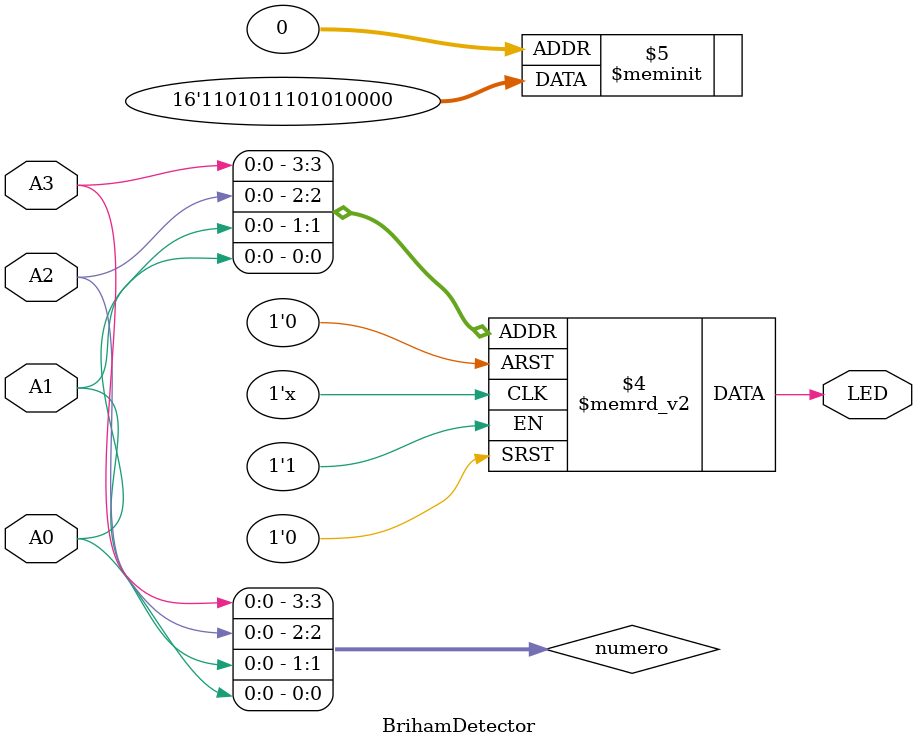
<source format=v>
`timescale 1ns / 1ps
module BrihamDetector(
    input A0,
    input A1,
    input A2,
    input A3,
    output reg LED
    );

	wire [3:0] numero;
	
	assign numero={A3,A2,A1,A0};

  always @ (*) 
  case (numero) 
   4 : LED = 1;
 	6 : LED = 1;
	8 : LED = 1;
	9 : LED = 1;
	10: LED = 1;
	12: LED = 1;
	14: LED = 1;
	15: LED = 1;
	   default : LED=0; 
		
  endcase 

endmodule

</source>
